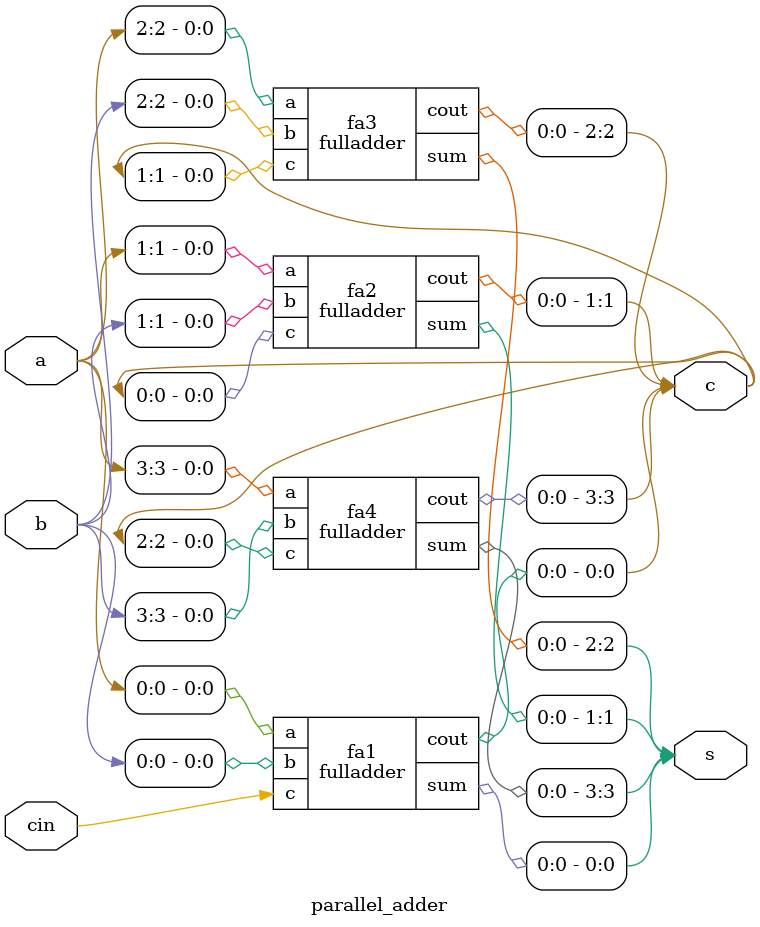
<source format=v>
module fulladder(sum,cout,a,b,c);
  output sum,cout;
  input a,b,c;
  wire y1,y2,y3,y4;
  xor x1(y1,a,c);
  xor x2(sum,y1,c);
  and a1(y2,a,c);
  and a2(y3,b,c);
  or o1(cout,y2,y3,y4);
endmodule


module parallel_adder(s,c,cin,a,b);
  output [3:0]s;
  output [3:0]c;
  input cin;
  input [3:0]a,b;
  fulladder fa1(s[0],c[0],a[0],b[0],cin);
  fulladder fa2(s[1],c[1],a[1],b[1],c[0]);
  fulladder fa3(s[2],c[2],a[2],b[2],c[1]);
  fulladder fa4(s[3],c[3],a[3],b[3],c[2]);
endmodule
</source>
